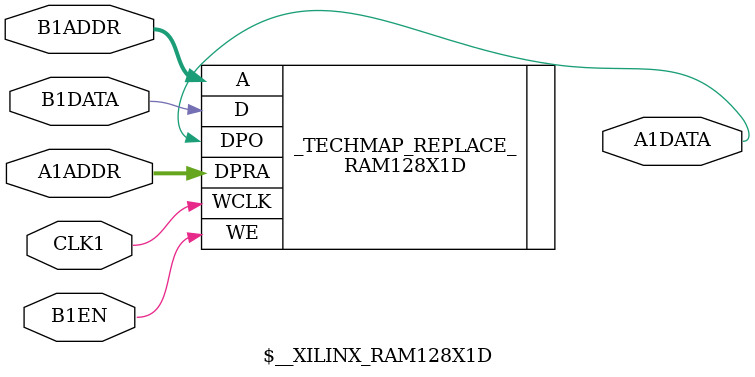
<source format=v>

module \$__XILINX_RAM64X1D (CLK1, A1ADDR, A1DATA, B1ADDR, B1DATA, B1EN);
	parameter [63:0] INIT = 64'bx;
	parameter CLKPOL2 = 1;
	input CLK1;

	input [5:0] A1ADDR;
	output A1DATA;

	input [5:0] B1ADDR;
	input B1DATA;
	input B1EN;

	/*
	RAM64X1D #(
		.INIT(INIT),
		.IS_WCLK_INVERTED(!CLKPOL2)
	) _TECHMAP_REPLACE_ (
		.DPRA0(A1ADDR[0]),
		.DPRA1(A1ADDR[1]),
		.DPRA2(A1ADDR[2]),
		.DPRA3(A1ADDR[3]),
		.DPRA4(A1ADDR[4]),
		.DPRA5(A1ADDR[5]),
		.DPO(A1DATA),

		.A0(B1ADDR[0]),
		.A1(B1ADDR[1]),
		.A2(B1ADDR[2]),
		.A3(B1ADDR[3]),
		.A4(B1ADDR[4]),
		.A5(B1ADDR[5]),
		.D(B1DATA),
		.WCLK(CLK1),
		.WE(B1EN)
	);
	*/
	RAM64X1D #(
		.INIT(INIT),
		.IS_WCLK_INVERTED(!CLKPOL2)
	) _TECHMAP_REPLACE_ (
		.DPRA(A1ADDR),
		.DPO(A1DATA),

		.A(B1ADDR),
		.D(B1DATA),
		.WCLK(CLK1),
		.WE(B1EN)
	);
endmodule

module \$__XILINX_RAM128X1D (CLK1, A1ADDR, A1DATA, B1ADDR, B1DATA, B1EN);
	parameter [127:0] INIT = 128'bx;
	parameter CLKPOL2 = 1;
	input CLK1;

	input [6:0] A1ADDR;
	output A1DATA;

	input [6:0] B1ADDR;
	input B1DATA;
	input B1EN;

	RAM128X1D #(
		.INIT(INIT),
		.IS_WCLK_INVERTED(!CLKPOL2)
	) _TECHMAP_REPLACE_ (
		.DPRA(A1ADDR),
		.DPO(A1DATA),

		.A(B1ADDR),
		.D(B1DATA),
		.WCLK(CLK1),
		.WE(B1EN)
	);
endmodule


</source>
